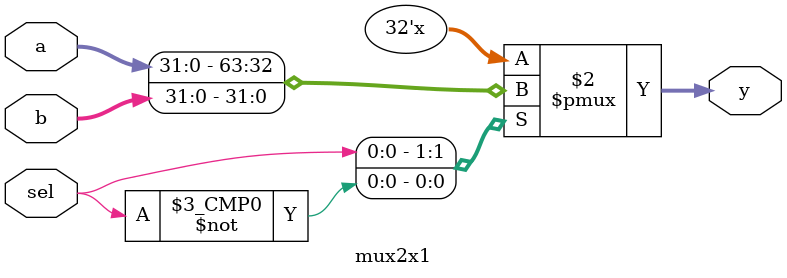
<source format=v>
module mux2x1(
    input [31:0]      a,
    input [31:0]      b,
    input             sel,
    output reg [31:0] y
);

    always @(*) begin
        case(sel)
            1'b1 : y = a;
            1'b0 : y = b;
        endcase    
    end
endmodule

</source>
